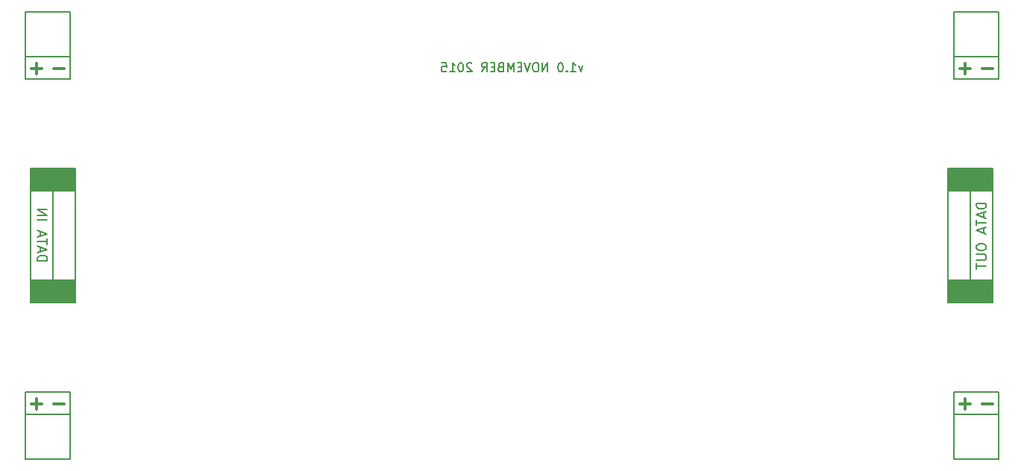
<source format=gbo>
G04 #@! TF.FileFunction,Legend,Bot*
%FSLAX46Y46*%
G04 Gerber Fmt 4.6, Leading zero omitted, Abs format (unit mm)*
G04 Created by KiCad (PCBNEW 4.0.0-rc2-stable) date Sun 15 Nov 2015 10:11:19 AEDT*
%MOMM*%
G01*
G04 APERTURE LIST*
%ADD10C,0.100000*%
%ADD11C,0.200000*%
%ADD12C,0.300000*%
%ADD13C,0.150000*%
%ADD14C,0.254000*%
G04 APERTURE END LIST*
D10*
D11*
X84592381Y-100697142D02*
X85692381Y-100697142D01*
X85692381Y-100435237D01*
X85640000Y-100278095D01*
X85535238Y-100173333D01*
X85430476Y-100120952D01*
X85220952Y-100068571D01*
X85063810Y-100068571D01*
X84854286Y-100120952D01*
X84749524Y-100173333D01*
X84644762Y-100278095D01*
X84592381Y-100435237D01*
X84592381Y-100697142D01*
X84906667Y-99649523D02*
X84906667Y-99125714D01*
X84592381Y-99754285D02*
X85692381Y-99387618D01*
X84592381Y-99020952D01*
X85692381Y-98811428D02*
X85692381Y-98182857D01*
X84592381Y-98497142D02*
X85692381Y-98497142D01*
X84906667Y-97868571D02*
X84906667Y-97344762D01*
X84592381Y-97973333D02*
X85692381Y-97606666D01*
X84592381Y-97240000D01*
X84592381Y-96035238D02*
X85692381Y-96035238D01*
X84592381Y-95511428D02*
X85692381Y-95511428D01*
X84592381Y-94882857D01*
X85692381Y-94882857D01*
X192267619Y-94149525D02*
X191167619Y-94149525D01*
X191167619Y-94411430D01*
X191220000Y-94568572D01*
X191324762Y-94673334D01*
X191429524Y-94725715D01*
X191639048Y-94778096D01*
X191796190Y-94778096D01*
X192005714Y-94725715D01*
X192110476Y-94673334D01*
X192215238Y-94568572D01*
X192267619Y-94411430D01*
X192267619Y-94149525D01*
X191953333Y-95197144D02*
X191953333Y-95720953D01*
X192267619Y-95092382D02*
X191167619Y-95459049D01*
X192267619Y-95825715D01*
X191167619Y-96035239D02*
X191167619Y-96663810D01*
X192267619Y-96349525D02*
X191167619Y-96349525D01*
X191953333Y-96978096D02*
X191953333Y-97501905D01*
X192267619Y-96873334D02*
X191167619Y-97240001D01*
X192267619Y-97606667D01*
X191167619Y-99020953D02*
X191167619Y-99230476D01*
X191220000Y-99335238D01*
X191324762Y-99440000D01*
X191534286Y-99492381D01*
X191900952Y-99492381D01*
X192110476Y-99440000D01*
X192215238Y-99335238D01*
X192267619Y-99230476D01*
X192267619Y-99020953D01*
X192215238Y-98916191D01*
X192110476Y-98811429D01*
X191900952Y-98759048D01*
X191534286Y-98759048D01*
X191324762Y-98811429D01*
X191220000Y-98916191D01*
X191167619Y-99020953D01*
X191167619Y-99963810D02*
X192058095Y-99963810D01*
X192162857Y-100016191D01*
X192215238Y-100068572D01*
X192267619Y-100173334D01*
X192267619Y-100382857D01*
X192215238Y-100487619D01*
X192162857Y-100540000D01*
X192058095Y-100592381D01*
X191167619Y-100592381D01*
X191167619Y-100959048D02*
X191167619Y-101587619D01*
X192267619Y-101273334D02*
X191167619Y-101273334D01*
D12*
X192976428Y-116947143D02*
X191833571Y-116947143D01*
X190436428Y-116947143D02*
X189293571Y-116947143D01*
X189865000Y-117518571D02*
X189865000Y-116375714D01*
X190436428Y-78847143D02*
X189293571Y-78847143D01*
X189865000Y-79418571D02*
X189865000Y-78275714D01*
X192976428Y-78847143D02*
X191833571Y-78847143D01*
X87566428Y-78847143D02*
X86423571Y-78847143D01*
X85026428Y-78847143D02*
X83883571Y-78847143D01*
X84455000Y-79418571D02*
X84455000Y-78275714D01*
X87566428Y-116947143D02*
X86423571Y-116947143D01*
X85026428Y-116947143D02*
X83883571Y-116947143D01*
X84455000Y-117518571D02*
X84455000Y-116375714D01*
D11*
X193675000Y-72390000D02*
X193675000Y-77470000D01*
X188595000Y-72390000D02*
X193675000Y-72390000D01*
X188595000Y-77470000D02*
X188595000Y-72390000D01*
X193675000Y-77470000D02*
X188595000Y-77470000D01*
X193675000Y-80010000D02*
X193675000Y-77470000D01*
X188595000Y-80010000D02*
X193675000Y-80010000D01*
X188595000Y-77470000D02*
X188595000Y-80010000D01*
X193040000Y-92710000D02*
X193040000Y-102870000D01*
X190500000Y-102870000D02*
X190500000Y-92710000D01*
X187960000Y-105410000D02*
X187960000Y-102870000D01*
X193040000Y-105410000D02*
X187960000Y-105410000D01*
X193040000Y-102870000D02*
X193040000Y-105410000D01*
X187960000Y-102870000D02*
X193040000Y-102870000D01*
X187960000Y-92710000D02*
X187960000Y-102870000D01*
X193040000Y-92710000D02*
X187960000Y-92710000D01*
X193040000Y-90170000D02*
X193040000Y-92710000D01*
X187960000Y-90170000D02*
X193040000Y-90170000D01*
X187960000Y-92710000D02*
X187960000Y-90170000D01*
X193675000Y-115570000D02*
X193675000Y-118110000D01*
X188595000Y-115570000D02*
X193675000Y-115570000D01*
X188595000Y-118110000D02*
X188595000Y-115570000D01*
X188595000Y-123190000D02*
X188595000Y-118110000D01*
X193675000Y-123190000D02*
X188595000Y-123190000D01*
X193675000Y-118110000D02*
X193675000Y-123190000D01*
X188595000Y-118110000D02*
X193675000Y-118110000D01*
X88265000Y-118110000D02*
X87630000Y-118110000D01*
X88265000Y-115570000D02*
X88265000Y-118110000D01*
X83185000Y-115570000D02*
X88265000Y-115570000D01*
X83185000Y-118110000D02*
X83185000Y-115570000D01*
X88265000Y-118110000D02*
X83185000Y-118110000D01*
X88265000Y-123190000D02*
X88265000Y-118110000D01*
X83185000Y-123190000D02*
X88265000Y-123190000D01*
X83185000Y-118110000D02*
X83185000Y-123190000D01*
X88265000Y-80010000D02*
X88265000Y-77470000D01*
X83185000Y-80010000D02*
X88265000Y-80010000D01*
X83185000Y-77470000D02*
X83185000Y-80010000D01*
X88265000Y-77470000D02*
X83185000Y-77470000D01*
X88265000Y-72390000D02*
X88265000Y-77470000D01*
X83185000Y-72390000D02*
X88265000Y-72390000D01*
X83185000Y-77470000D02*
X83185000Y-72390000D01*
X83820000Y-102870000D02*
X88900000Y-102870000D01*
X86360000Y-92710000D02*
X86360000Y-102870000D01*
X83820000Y-92710000D02*
X88900000Y-92710000D01*
X83820000Y-105410000D02*
X83820000Y-90170000D01*
X88900000Y-105410000D02*
X83820000Y-105410000D01*
X88900000Y-90170000D02*
X88900000Y-105410000D01*
X83820000Y-90170000D02*
X88900000Y-90170000D01*
D13*
X146477619Y-78525714D02*
X146239524Y-79192381D01*
X146001428Y-78525714D01*
X145096666Y-79192381D02*
X145668095Y-79192381D01*
X145382381Y-79192381D02*
X145382381Y-78192381D01*
X145477619Y-78335238D01*
X145572857Y-78430476D01*
X145668095Y-78478095D01*
X144668095Y-79097143D02*
X144620476Y-79144762D01*
X144668095Y-79192381D01*
X144715714Y-79144762D01*
X144668095Y-79097143D01*
X144668095Y-79192381D01*
X144001429Y-78192381D02*
X143906190Y-78192381D01*
X143810952Y-78240000D01*
X143763333Y-78287619D01*
X143715714Y-78382857D01*
X143668095Y-78573333D01*
X143668095Y-78811429D01*
X143715714Y-79001905D01*
X143763333Y-79097143D01*
X143810952Y-79144762D01*
X143906190Y-79192381D01*
X144001429Y-79192381D01*
X144096667Y-79144762D01*
X144144286Y-79097143D01*
X144191905Y-79001905D01*
X144239524Y-78811429D01*
X144239524Y-78573333D01*
X144191905Y-78382857D01*
X144144286Y-78287619D01*
X144096667Y-78240000D01*
X144001429Y-78192381D01*
X142477619Y-79192381D02*
X142477619Y-78192381D01*
X141906190Y-79192381D01*
X141906190Y-78192381D01*
X141239524Y-78192381D02*
X141049047Y-78192381D01*
X140953809Y-78240000D01*
X140858571Y-78335238D01*
X140810952Y-78525714D01*
X140810952Y-78859048D01*
X140858571Y-79049524D01*
X140953809Y-79144762D01*
X141049047Y-79192381D01*
X141239524Y-79192381D01*
X141334762Y-79144762D01*
X141430000Y-79049524D01*
X141477619Y-78859048D01*
X141477619Y-78525714D01*
X141430000Y-78335238D01*
X141334762Y-78240000D01*
X141239524Y-78192381D01*
X140525238Y-78192381D02*
X140191905Y-79192381D01*
X139858571Y-78192381D01*
X139525238Y-78668571D02*
X139191904Y-78668571D01*
X139049047Y-79192381D02*
X139525238Y-79192381D01*
X139525238Y-78192381D01*
X139049047Y-78192381D01*
X138620476Y-79192381D02*
X138620476Y-78192381D01*
X138287142Y-78906667D01*
X137953809Y-78192381D01*
X137953809Y-79192381D01*
X137144285Y-78668571D02*
X137001428Y-78716190D01*
X136953809Y-78763810D01*
X136906190Y-78859048D01*
X136906190Y-79001905D01*
X136953809Y-79097143D01*
X137001428Y-79144762D01*
X137096666Y-79192381D01*
X137477619Y-79192381D01*
X137477619Y-78192381D01*
X137144285Y-78192381D01*
X137049047Y-78240000D01*
X137001428Y-78287619D01*
X136953809Y-78382857D01*
X136953809Y-78478095D01*
X137001428Y-78573333D01*
X137049047Y-78620952D01*
X137144285Y-78668571D01*
X137477619Y-78668571D01*
X136477619Y-78668571D02*
X136144285Y-78668571D01*
X136001428Y-79192381D02*
X136477619Y-79192381D01*
X136477619Y-78192381D01*
X136001428Y-78192381D01*
X135001428Y-79192381D02*
X135334762Y-78716190D01*
X135572857Y-79192381D02*
X135572857Y-78192381D01*
X135191904Y-78192381D01*
X135096666Y-78240000D01*
X135049047Y-78287619D01*
X135001428Y-78382857D01*
X135001428Y-78525714D01*
X135049047Y-78620952D01*
X135096666Y-78668571D01*
X135191904Y-78716190D01*
X135572857Y-78716190D01*
X133858571Y-78287619D02*
X133810952Y-78240000D01*
X133715714Y-78192381D01*
X133477618Y-78192381D01*
X133382380Y-78240000D01*
X133334761Y-78287619D01*
X133287142Y-78382857D01*
X133287142Y-78478095D01*
X133334761Y-78620952D01*
X133906190Y-79192381D01*
X133287142Y-79192381D01*
X132668095Y-78192381D02*
X132572856Y-78192381D01*
X132477618Y-78240000D01*
X132429999Y-78287619D01*
X132382380Y-78382857D01*
X132334761Y-78573333D01*
X132334761Y-78811429D01*
X132382380Y-79001905D01*
X132429999Y-79097143D01*
X132477618Y-79144762D01*
X132572856Y-79192381D01*
X132668095Y-79192381D01*
X132763333Y-79144762D01*
X132810952Y-79097143D01*
X132858571Y-79001905D01*
X132906190Y-78811429D01*
X132906190Y-78573333D01*
X132858571Y-78382857D01*
X132810952Y-78287619D01*
X132763333Y-78240000D01*
X132668095Y-78192381D01*
X131382380Y-79192381D02*
X131953809Y-79192381D01*
X131668095Y-79192381D02*
X131668095Y-78192381D01*
X131763333Y-78335238D01*
X131858571Y-78430476D01*
X131953809Y-78478095D01*
X130477618Y-78192381D02*
X130953809Y-78192381D01*
X131001428Y-78668571D01*
X130953809Y-78620952D01*
X130858571Y-78573333D01*
X130620475Y-78573333D01*
X130525237Y-78620952D01*
X130477618Y-78668571D01*
X130429999Y-78763810D01*
X130429999Y-79001905D01*
X130477618Y-79097143D01*
X130525237Y-79144762D01*
X130620475Y-79192381D01*
X130858571Y-79192381D01*
X130953809Y-79144762D01*
X131001428Y-79097143D01*
D14*
G36*
X192913000Y-105283000D02*
X188087000Y-105283000D01*
X188087000Y-102997000D01*
X192913000Y-102997000D01*
X192913000Y-105283000D01*
X192913000Y-105283000D01*
G37*
X192913000Y-105283000D02*
X188087000Y-105283000D01*
X188087000Y-102997000D01*
X192913000Y-102997000D01*
X192913000Y-105283000D01*
G36*
X192913000Y-92583000D02*
X188087000Y-92583000D01*
X188087000Y-90297000D01*
X192913000Y-90297000D01*
X192913000Y-92583000D01*
X192913000Y-92583000D01*
G37*
X192913000Y-92583000D02*
X188087000Y-92583000D01*
X188087000Y-90297000D01*
X192913000Y-90297000D01*
X192913000Y-92583000D01*
G36*
X88773000Y-92583000D02*
X83947000Y-92583000D01*
X83947000Y-90297000D01*
X88773000Y-90297000D01*
X88773000Y-92583000D01*
X88773000Y-92583000D01*
G37*
X88773000Y-92583000D02*
X83947000Y-92583000D01*
X83947000Y-90297000D01*
X88773000Y-90297000D01*
X88773000Y-92583000D01*
G36*
X88773000Y-105283000D02*
X83947000Y-105283000D01*
X83947000Y-102997000D01*
X88773000Y-102997000D01*
X88773000Y-105283000D01*
X88773000Y-105283000D01*
G37*
X88773000Y-105283000D02*
X83947000Y-105283000D01*
X83947000Y-102997000D01*
X88773000Y-102997000D01*
X88773000Y-105283000D01*
M02*

</source>
